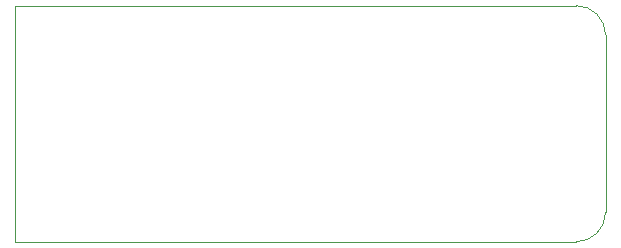
<source format=gbr>
%TF.GenerationSoftware,KiCad,Pcbnew,5.1.9-73d0e3b20d~88~ubuntu20.04.1*%
%TF.CreationDate,2021-06-05T19:28:38+02:00*%
%TF.ProjectId,wally,77616c6c-792e-46b6-9963-61645f706362,v1.03*%
%TF.SameCoordinates,Original*%
%TF.FileFunction,Profile,NP*%
%FSLAX46Y46*%
G04 Gerber Fmt 4.6, Leading zero omitted, Abs format (unit mm)*
G04 Created by KiCad (PCBNEW 5.1.9-73d0e3b20d~88~ubuntu20.04.1) date 2021-06-05 19:28:38*
%MOMM*%
%LPD*%
G01*
G04 APERTURE LIST*
%TA.AperFunction,Profile*%
%ADD10C,0.050000*%
%TD*%
G04 APERTURE END LIST*
D10*
X175000000Y-107500000D02*
G75*
G02*
X172500000Y-110000000I-2500000J0D01*
G01*
X172500000Y-90000000D02*
G75*
G02*
X175000000Y-92500000I0J-2500000D01*
G01*
X125000000Y-110000000D02*
X125000000Y-90000000D01*
X172500000Y-110000000D02*
X125000000Y-110000000D01*
X175000000Y-92500000D02*
X175000000Y-107500000D01*
X125000000Y-90000000D02*
X172500000Y-90000000D01*
M02*

</source>
